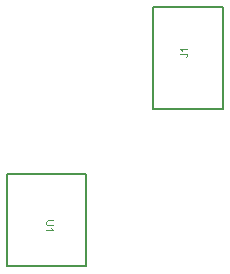
<source format=gbr>
%TF.GenerationSoftware,Altium Limited,Altium Designer,24.4.1 (13)*%
G04 Layer_Color=16711935*
%FSLAX45Y45*%
%MOMM*%
%TF.SameCoordinates,9860FC65-6E59-49BE-95FE-00A45DA03842*%
%TF.FilePolarity,Positive*%
%TF.FileFunction,Other,Top_Assembly*%
%TF.Part,Single*%
G01*
G75*
%TA.AperFunction,NonConductor*%
%ADD50C,0.20000*%
G36*
X3262891Y2042584D02*
X3212873D01*
X3212965Y2042491D01*
X3213335Y2042029D01*
X3213890Y2041474D01*
X3214537Y2040550D01*
X3215369Y2039533D01*
X3216294Y2038238D01*
X3217311Y2036759D01*
X3218328Y2035095D01*
Y2035003D01*
X3218420Y2034910D01*
X3218790Y2034355D01*
X3219252Y2033431D01*
X3219807Y2032321D01*
X3220454Y2031027D01*
X3221101Y2029640D01*
X3221748Y2028253D01*
X3222303Y2026866D01*
X3214722D01*
Y2026959D01*
X3214537Y2027144D01*
X3214444Y2027514D01*
X3214167Y2027976D01*
X3213890Y2028531D01*
X3213520Y2029178D01*
X3212595Y2030750D01*
X3211578Y2032599D01*
X3210284Y2034448D01*
X3208805Y2036389D01*
X3207233Y2038331D01*
X3207140Y2038423D01*
X3207048Y2038516D01*
X3206771Y2038793D01*
X3206493Y2039163D01*
X3205569Y2039995D01*
X3204459Y2041105D01*
X3203165Y2042214D01*
X3201685Y2043416D01*
X3200206Y2044433D01*
X3198634Y2045358D01*
Y2050443D01*
X3262891D01*
Y2042584D01*
D02*
G37*
G36*
X3244585Y2010132D02*
X3245325D01*
X3247081Y2009947D01*
X3249115Y2009762D01*
X3251242Y2009392D01*
X3253183Y2008837D01*
X3255033Y2008190D01*
X3255125D01*
X3255218Y2008098D01*
X3255772Y2007820D01*
X3256512Y2007358D01*
X3257529Y2006711D01*
X3258546Y2005786D01*
X3259655Y2004769D01*
X3260765Y2003475D01*
X3261689Y2001996D01*
X3261782Y2001811D01*
X3262059Y2001256D01*
X3262429Y2000424D01*
X3262799Y1999222D01*
X3263261Y1997743D01*
X3263631Y1996079D01*
X3263908Y1994229D01*
X3264001Y1992195D01*
Y1991363D01*
X3263908Y1990809D01*
X3263816Y1990069D01*
X3263723Y1989329D01*
X3263354Y1987388D01*
X3262799Y1985354D01*
X3261967Y1983227D01*
X3261412Y1982118D01*
X3260765Y1981101D01*
X3260025Y1980176D01*
X3259193Y1979252D01*
X3259101Y1979159D01*
X3259008Y1979067D01*
X3258638Y1978882D01*
X3258269Y1978604D01*
X3257806Y1978235D01*
X3257159Y1977865D01*
X3256419Y1977495D01*
X3255587Y1977033D01*
X3254663Y1976663D01*
X3253553Y1976293D01*
X3252444Y1975923D01*
X3251149Y1975553D01*
X3249763Y1975368D01*
X3248191Y1975091D01*
X3246619Y1974999D01*
X3244862D01*
X3243753Y1982672D01*
X3243845D01*
X3244030D01*
X3244400D01*
X3244955Y1982765D01*
X3245510Y1982857D01*
X3246157D01*
X3247729Y1983135D01*
X3249393Y1983412D01*
X3251057Y1983967D01*
X3252536Y1984522D01*
X3253183Y1984891D01*
X3253738Y1985354D01*
X3253831Y1985446D01*
X3254108Y1985816D01*
X3254570Y1986371D01*
X3255033Y1987110D01*
X3255587Y1988127D01*
X3255957Y1989237D01*
X3256327Y1990624D01*
X3256419Y1992103D01*
Y1992658D01*
X3256327Y1993212D01*
X3256235Y1994045D01*
X3256050Y1994877D01*
X3255865Y1995801D01*
X3255495Y1996726D01*
X3255033Y1997650D01*
X3254940Y1997743D01*
X3254755Y1998020D01*
X3254385Y1998390D01*
X3254016Y1998945D01*
X3253368Y1999407D01*
X3252721Y1999962D01*
X3251982Y2000424D01*
X3251057Y2000794D01*
X3250965D01*
X3250595Y2000979D01*
X3249948Y2001071D01*
X3249115Y2001256D01*
X3248006Y2001441D01*
X3246619Y2001533D01*
X3244955Y2001718D01*
X3243013D01*
X3198912D01*
Y2010224D01*
X3242551D01*
X3242644D01*
X3242921D01*
X3243291D01*
X3243845D01*
X3244585Y2010132D01*
D02*
G37*
G36*
X2127588Y591495D02*
X2090605D01*
X2090513D01*
X2090236D01*
X2089773D01*
X2089219D01*
X2088571Y591403D01*
X2087739D01*
X2085983Y591310D01*
X2083949Y591126D01*
X2081915Y590848D01*
X2079973Y590478D01*
X2079141Y590293D01*
X2078309Y590016D01*
X2078124Y589924D01*
X2077662Y589739D01*
X2077014Y589276D01*
X2076090Y588722D01*
X2075165Y588075D01*
X2074148Y587150D01*
X2073131Y586040D01*
X2072299Y584746D01*
X2072207Y584561D01*
X2071929Y584099D01*
X2071652Y583267D01*
X2071282Y582157D01*
X2070820Y580863D01*
X2070542Y579199D01*
X2070265Y577442D01*
X2070173Y575500D01*
Y574576D01*
X2070265Y574021D01*
Y573189D01*
X2070358Y572357D01*
X2070727Y570323D01*
X2071190Y568104D01*
X2071929Y565978D01*
X2072946Y563943D01*
X2073594Y563019D01*
X2074333Y562187D01*
X2074426Y562094D01*
X2074518Y562002D01*
X2074795Y561817D01*
X2075165Y561540D01*
X2075720Y561262D01*
X2076275Y560892D01*
X2077107Y560523D01*
X2077939Y560153D01*
X2078956Y559783D01*
X2080158Y559506D01*
X2081545Y559136D01*
X2083024Y558858D01*
X2084688Y558581D01*
X2086445Y558396D01*
X2088479Y558211D01*
X2090605D01*
X2127588D01*
Y549705D01*
X2090605D01*
X2090513D01*
X2090143D01*
X2089681D01*
X2089034D01*
X2088202Y549798D01*
X2087277D01*
X2086168Y549890D01*
X2085058Y549983D01*
X2082562Y550260D01*
X2079973Y550630D01*
X2077477Y551185D01*
X2076275Y551554D01*
X2075165Y551924D01*
X2075073D01*
X2074888Y552017D01*
X2074611Y552202D01*
X2074241Y552386D01*
X2073224Y552941D01*
X2071929Y553773D01*
X2070450Y554883D01*
X2068971Y556177D01*
X2067399Y557841D01*
X2066012Y559875D01*
Y559968D01*
X2065827Y560153D01*
X2065735Y560430D01*
X2065457Y560892D01*
X2065180Y561447D01*
X2064903Y562187D01*
X2064625Y562926D01*
X2064255Y563851D01*
X2063886Y564868D01*
X2063608Y565978D01*
X2063331Y567179D01*
X2063054Y568566D01*
X2062869Y569953D01*
X2062684Y571432D01*
X2062499Y574761D01*
Y575593D01*
X2062591Y576240D01*
Y576980D01*
X2062684Y577904D01*
X2062776Y578921D01*
X2062869Y579938D01*
X2063238Y582250D01*
X2063793Y584746D01*
X2064533Y587150D01*
X2065550Y589461D01*
Y589554D01*
X2065735Y589739D01*
X2065920Y590016D01*
X2066105Y590386D01*
X2066844Y591403D01*
X2067861Y592605D01*
X2069156Y593992D01*
X2070635Y595286D01*
X2072484Y596580D01*
X2074518Y597597D01*
X2074611D01*
X2074795Y597690D01*
X2075165Y597782D01*
X2075628Y597967D01*
X2076182Y598152D01*
X2076922Y598337D01*
X2077754Y598614D01*
X2078771Y598799D01*
X2079881Y598984D01*
X2081082Y599262D01*
X2082377Y599447D01*
X2083764Y599632D01*
X2085335Y599816D01*
X2087000Y599909D01*
X2088756Y600001D01*
X2090605D01*
X2127588D01*
Y591495D01*
D02*
G37*
G36*
X2111778Y532693D02*
X2111963Y532508D01*
X2112055Y532139D01*
X2112333Y531676D01*
X2112610Y531122D01*
X2112980Y530474D01*
X2113904Y528903D01*
X2114921Y527054D01*
X2116216Y525204D01*
X2117695Y523263D01*
X2119267Y521321D01*
X2119359Y521229D01*
X2119452Y521136D01*
X2119729Y520859D01*
X2120006Y520489D01*
X2120931Y519657D01*
X2122040Y518548D01*
X2123335Y517438D01*
X2124814Y516236D01*
X2126293Y515219D01*
X2127865Y514295D01*
Y509210D01*
X2063608D01*
Y517068D01*
X2113627D01*
X2113535Y517161D01*
X2113165Y517623D01*
X2112610Y518178D01*
X2111963Y519102D01*
X2111131Y520119D01*
X2110206Y521414D01*
X2109189Y522893D01*
X2108172Y524557D01*
Y524650D01*
X2108080Y524742D01*
X2107710Y525297D01*
X2107248Y526221D01*
X2106693Y527331D01*
X2106046Y528625D01*
X2105398Y530012D01*
X2104751Y531399D01*
X2104196Y532786D01*
X2111778D01*
Y532693D01*
D02*
G37*
D50*
X2967500Y1545000D02*
X3560500D01*
Y2405000D01*
X2967500D02*
X3560500D01*
X2967500Y1545000D02*
Y2405000D01*
X1727250Y989715D02*
X2397750D01*
X1727250Y210285D02*
Y989715D01*
Y210285D02*
X2397750D01*
Y989715D01*
%TF.MD5,7cfa9cdd95ebd837133492dfcecde107*%
M02*

</source>
